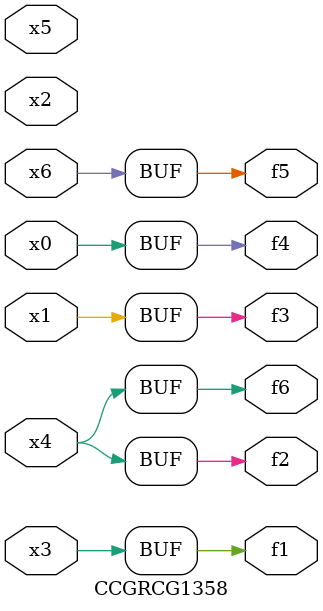
<source format=v>
module CCGRCG1358(
	input x0, x1, x2, x3, x4, x5, x6,
	output f1, f2, f3, f4, f5, f6
);
	assign f1 = x3;
	assign f2 = x4;
	assign f3 = x1;
	assign f4 = x0;
	assign f5 = x6;
	assign f6 = x4;
endmodule

</source>
